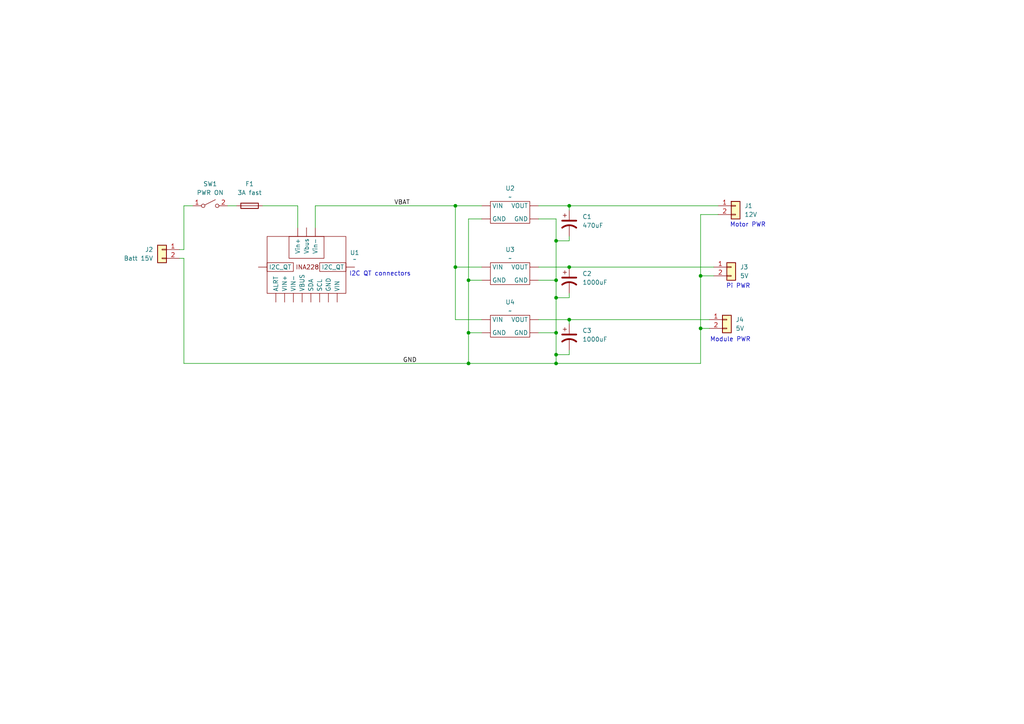
<source format=kicad_sch>
(kicad_sch (version 20250114) (generator "eeschema") (generator_version "9.0")
  (paper "A4")
  (title_block (title "Power supply board"))
  (lib_symbols
    (symbol "Connector_Generic:Conn_01x02" (pin_names (offset 1.016) (hide yes))
      (property "Reference" "J" (at 0 2.54 0))
      (property "Value" "Conn_01x02" (at 0 -5.08 0))
      (symbol "Conn_01x02_1_1"
        (rectangle (start -1.27 1.27) (end 1.27 -3.81) (stroke (width 0.254)) (fill (type background)))
        (rectangle (start -1.27 0.127) (end 0 -0.127) (stroke (width 0.1524)))
        (rectangle (start -1.27 -2.413) (end 0 -2.667) (stroke (width 0.1524)))
        (pin passive line (at -5.08 0 0) (length 3.81) (name "Pin_1") (number "1"))
        (pin passive line (at -5.08 -2.54 0) (length 3.81) (name "Pin_2") (number "2"))
      )
    )
    (symbol "Device:C_Polarized_US" (pin_numbers (hide yes)) (pin_names (offset 0.254) (hide yes))
      (property "Reference" "C" (at 0.635 2.54 0))
      (property "Value" "C_Polarized_US" (at 0.635 -2.54 0))
      (symbol "C_Polarized_US_0_1"
        (polyline (pts (xy -2.032 0.762) (xy 2.032 0.762)) (stroke (width 0.508)))
        (polyline (pts (xy -1.778 2.286) (xy -0.762 2.286)))
        (polyline (pts (xy -1.27 1.778) (xy -1.27 2.794)))
        (arc (start -2.032 -1.27) (mid 0 -0.5572) (end 2.032 -1.27) (stroke (width 0.508)))
      )
      (symbol "C_Polarized_US_1_1"
        (pin passive line (at 0 3.81 270) (length 2.794) (name "~") (number "1"))
        (pin passive line (at 0 -3.81 90) (length 3.302) (name "~") (number "2"))
      )
    )
    (symbol "Device:Fuse" (pin_numbers (hide yes)) (pin_names (offset 0))
      (property "Reference" "F" (at 2.032 0 90))
      (property "Value" "Fuse" (at -1.905 0 90))
      (symbol "Fuse_0_1"
        (rectangle (start -0.762 -2.54) (end 0.762 2.54) (stroke (width 0.254)))
        (polyline (pts (xy 0 2.54) (xy 0 -2.54)))
      )
      (symbol "Fuse_1_1"
        (pin passive line (at 0 3.81 270) (length 1.27) (name "~") (number "1"))
        (pin passive line (at 0 -3.81 90) (length 1.27) (name "~") (number "2"))
      )
    )
    (symbol "MyRobot:INA228_Adafruit"
      (property "Reference" "U" (at 0 5.588 0))
      (symbol "INA228_Adafruit_0_1"
        (rectangle (start -11.43 -3.81) (end 11.43 -20.32))
        (rectangle (start -11.43 -11.43) (end -3.81 -13.97))
        (rectangle (start -5.08 -3.81) (end 5.08 -10.16))
        (rectangle (start 3.81 -11.43) (end 11.43 -13.97))
      )
      (symbol "INA228_Adafruit_1_1"
        (text "INA228" (at 0.254 -12.7 0) (effects (font (size 1.27 1.27))))
        (pin unspecified line (at -13.97 -12.7 0) (length 2.54) (name "I2C_QT") (number ""))
        (pin output line (at -8.89 -22.86 90) (length 2.54) (name "ALRT") (number ""))
        (pin unspecified line (at -6.35 -22.86 90) (length 2.54) (name "VIN+") (number ""))
        (pin unspecified line (at -3.81 -22.86 90) (length 2.54) (name "VIN-") (number ""))
        (pin unspecified line (at -2.54 -1.27 270) (length 2.54) (name "Vin+") (number ""))
        (pin unspecified line (at -1.27 -22.86 90) (length 2.54) (name "VBUS") (number ""))
        (pin unspecified line (at 0 -1.27 270) (length 2.54) (name "Vbus") (number ""))
        (pin bidirectional line (at 1.27 -22.86 90) (length 2.54) (name "SDA") (number ""))
        (pin unspecified line (at 2.54 -1.27 270) (length 2.54) (name "Vin-") (number ""))
        (pin bidirectional line (at 3.81 -22.86 90) (length 2.54) (name "SCL") (number ""))
        (pin power_in line (at 6.35 -22.86 90) (length 2.54) (name "GND") (number ""))
        (pin power_in line (at 8.89 -22.86 90) (length 2.54) (name "VIN") (number ""))
        (pin unspecified line (at 13.97 -12.7 180) (length 2.54) (name "I2C_QT") (number ""))
      )
    )
    (symbol "MyRobot:VREG_Buck"
      (property "Reference" "U" (at 0 0 0))
      (symbol "VREG_Buck_0_1"
        (rectangle (start -5.08 -1.27) (end 6.35 -7.62))
      )
      (symbol "VREG_Buck_1_1"
        (pin power_in line (at -7.62 -2.54 0) (length 2.54) (name "VIN") (number ""))
        (pin power_in line (at -7.62 -6.35 0) (length 2.54) (name "GND") (number ""))
        (pin power_out line (at 8.89 -2.54 180) (length 2.54) (name "VOUT") (number ""))
        (pin power_in line (at 8.89 -6.35 180) (length 2.54) (name "GND") (number ""))
      )
    )
    (symbol "Switch:SW_SPST" (pin_names (offset 0) (hide yes))
      (property "Reference" "SW" (at 0 3.175 0))
      (property "Value" "SW_SPST" (at 0 -2.54 0))
      (symbol "SW_SPST_0_0"
        (circle (center -2.032 0) (radius 0.508))
        (polyline (pts (xy -1.524 0.254) (xy 1.524 1.778)))
        (circle (center 2.032 0) (radius 0.508))
      )
      (symbol "SW_SPST_1_1"
        (pin passive line (at -5.08 0 0) (length 2.54) (name "A") (number "1"))
        (pin passive line (at 5.08 0 180) (length 2.54) (name "B") (number "2"))
      )
    )
    (symbol "VREG_Buck_1"
      (property "Reference" "U" (at 0 0 0))
      (symbol "VREG_Buck_1_0_1"
        (rectangle (start -5.08 -1.27) (end 6.35 -7.62))
      )
      (symbol "VREG_Buck_1_1_1"
        (pin power_in line (at -7.62 -2.54 0) (length 2.54) (name "VIN") (number ""))
        (pin power_in line (at -7.62 -6.35 0) (length 2.54) (name "GND") (number ""))
        (pin power_out line (at 8.89 -2.54 180) (length 2.54) (name "VOUT") (number ""))
        (pin power_in line (at 8.89 -6.35 180) (length 2.54) (name "GND") (number ""))
      )
    )
    (symbol "VREG_Buck_2"
      (property "Reference" "U" (at 0 0 0))
      (symbol "VREG_Buck_2_0_1"
        (rectangle (start -5.08 -1.27) (end 6.35 -7.62))
      )
      (symbol "VREG_Buck_2_1_1"
        (pin power_in line (at -7.62 -2.54 0) (length 2.54) (name "VIN") (number ""))
        (pin power_in line (at -7.62 -6.35 0) (length 2.54) (name "GND") (number ""))
        (pin power_out line (at 8.89 -2.54 180) (length 2.54) (name "VOUT") (number ""))
        (pin power_in line (at 8.89 -6.35 180) (length 2.54) (name "GND") (number ""))
      )
    )
  )
  (text "I2C QT connectors" (at 110.236 79.502 0) (effects (font (size 1.27 1.27))))
  (text "Motor PWR" (at 216.916 65.278 0) (effects (font (size 1.27 1.27))))
  (text "Pi PWR" (at 214.122 83.058 0) (effects (font (size 1.27 1.27))))
  (text "Module PWR" (at 211.836 98.552 0) (effects (font (size 1.27 1.27))))
  (junction (at 165.1 59.69))
  (junction (at 135.89 96.52))
  (junction (at 161.29 86.36))
  (junction (at 165.1 92.71))
  (junction (at 135.89 81.28))
  (junction (at 161.29 96.52))
  (junction (at 165.1 77.47))
  (junction (at 161.29 102.87))
  (junction (at 203.2 80.01))
  (junction (at 132.08 59.69))
  (junction (at 161.29 81.28))
  (junction (at 161.29 69.85))
  (junction (at 132.08 77.47))
  (junction (at 135.89 105.41))
  (junction (at 161.29 105.41))
  (junction (at 203.2 95.25))
  (wire (pts (xy 203.2 95.25) (xy 203.2 105.41)))
  (wire (pts (xy 161.29 69.85) (xy 165.1 69.85)))
  (wire (pts (xy 86.36 59.69) (xy 86.36 66.04)))
  (wire (pts (xy 156.21 59.69) (xy 165.1 59.69)))
  (wire (pts (xy 53.34 72.39) (xy 53.34 59.69)))
  (wire (pts (xy 135.89 96.52) (xy 135.89 105.41)))
  (wire (pts (xy 76.2 59.69) (xy 86.36 59.69)))
  (wire (pts (xy 132.08 59.69) (xy 139.7 59.69)))
  (wire (pts (xy 91.44 59.69) (xy 132.08 59.69)))
  (wire (pts (xy 165.1 102.87) (xy 161.29 102.87)))
  (wire (pts (xy 132.08 92.71) (xy 139.7 92.71)))
  (wire (pts (xy 53.34 105.41) (xy 135.89 105.41)))
  (wire (pts (xy 165.1 59.69) (xy 165.1 60.96)))
  (wire (pts (xy 156.21 77.47) (xy 165.1 77.47)))
  (wire (pts (xy 161.29 86.36) (xy 161.29 81.28)))
  (wire (pts (xy 203.2 62.23) (xy 208.28 62.23)))
  (wire (pts (xy 91.44 66.04) (xy 91.44 59.69)))
  (wire (pts (xy 165.1 68.58) (xy 165.1 69.85)))
  (wire (pts (xy 161.29 69.85) (xy 161.29 63.5)))
  (wire (pts (xy 161.29 105.41) (xy 203.2 105.41)))
  (wire (pts (xy 161.29 96.52) (xy 161.29 86.36)))
  (wire (pts (xy 135.89 81.28) (xy 139.7 81.28)))
  (wire (pts (xy 135.89 81.28) (xy 135.89 63.5)))
  (wire (pts (xy 161.29 63.5) (xy 156.21 63.5)))
  (wire (pts (xy 165.1 92.71) (xy 205.74 92.71)))
  (wire (pts (xy 53.34 74.93) (xy 53.34 105.41)))
  (wire (pts (xy 165.1 77.47) (xy 207.01 77.47)))
  (wire (pts (xy 53.34 59.69) (xy 55.88 59.69)))
  (wire (pts (xy 135.89 96.52) (xy 135.89 81.28)))
  (wire (pts (xy 165.1 59.69) (xy 208.28 59.69)))
  (wire (pts (xy 135.89 63.5) (xy 139.7 63.5)))
  (wire (pts (xy 66.04 59.69) (xy 68.58 59.69)))
  (wire (pts (xy 203.2 95.25) (xy 203.2 80.01)))
  (wire (pts (xy 203.2 62.23) (xy 203.2 80.01)))
  (wire (pts (xy 52.07 72.39) (xy 53.34 72.39)))
  (wire (pts (xy 165.1 85.09) (xy 165.1 86.36)))
  (wire (pts (xy 161.29 96.52) (xy 161.29 102.87)))
  (wire (pts (xy 156.21 81.28) (xy 161.29 81.28)))
  (wire (pts (xy 165.1 92.71) (xy 165.1 93.98)))
  (wire (pts (xy 161.29 81.28) (xy 161.29 69.85)))
  (wire (pts (xy 203.2 80.01) (xy 207.01 80.01)))
  (wire (pts (xy 161.29 102.87) (xy 161.29 105.41)))
  (wire (pts (xy 52.07 74.93) (xy 53.34 74.93)))
  (wire (pts (xy 203.2 95.25) (xy 205.74 95.25)))
  (wire (pts (xy 165.1 101.6) (xy 165.1 102.87)))
  (wire (pts (xy 156.21 92.71) (xy 165.1 92.71)))
  (wire (pts (xy 132.08 77.47) (xy 132.08 92.71)))
  (wire (pts (xy 132.08 59.69) (xy 132.08 77.47)))
  (wire (pts (xy 135.89 105.41) (xy 161.29 105.41)))
  (wire (pts (xy 132.08 77.47) (xy 139.7 77.47)))
  (wire (pts (xy 135.89 96.52) (xy 139.7 96.52)))
  (wire (pts (xy 156.21 96.52) (xy 161.29 96.52)))
  (wire (pts (xy 161.29 86.36) (xy 165.1 86.36)))
  (label "VBAT" (at 114.3 59.69 0))
  (label "GND" (at 116.84 105.41 0))
  (symbol (lib_id "MyRobot:INA228_Adafruit") (at 88.9 64.77 0) (unit 1)
    (property "Reference" "U1" (at 102.87 73.2946 0))
    (property "Value" "~" (at 102.87 75.1997 0))
  )
  (symbol (lib_id "Device:C_Polarized_US") (at 165.1 81.28 0) (unit 1)
    (property "Reference" "C2" (at 168.91 79.3749 0) (effects (justify left)))
    (property "Value" "1000uF" (at 168.91 81.9149 0) (effects (justify left)))
    (property "Description" "Polarized capacitor, US symbol" (effects (hide yes)))
  )
  (symbol (lib_id "Connector_Generic:Conn_01x02") (at 212.09 77.47 0) (unit 1)
    (property "Reference" "J3" (at 214.63 77.4699 0) (effects (justify left)))
    (property "Value" "5V" (at 214.63 80.0099 0) (effects (justify left)))
    (property "Description" "Generic connector, single row, 01x02, script generated (kicad-library-utils/schlib/autogen/connector/)" (effects (hide yes)))
  )
  (symbol (lib_id "Device:Fuse") (at 72.39 59.69 270) (unit 1)
    (property "Reference" "F1" (at 72.39 53.34 90))
    (property "Value" "3A fast" (at 72.39 55.88 90))
    (property "Description" "Fuse" (effects (hide yes)))
  )
  (symbol (lib_id "Switch:SW_SPST") (at 60.96 59.69 0) (unit 1)
    (property "Reference" "SW1" (at 60.96 53.34 0))
    (property "Value" "PWR ON" (at 60.96 55.88 0))
    (property "Description" "Single Pole Single Throw (SPST) switch" (effects (hide yes)))
  )
  (symbol (lib_id "Connector_Generic:Conn_01x02") (at 210.82 92.71 0) (unit 1)
    (property "Reference" "J4" (at 213.36 92.7099 0) (effects (justify left)))
    (property "Value" "5V" (at 213.36 95.2499 0) (effects (justify left)))
    (property "Description" "Generic connector, single row, 01x02, script generated (kicad-library-utils/schlib/autogen/connector/)" (effects (hide yes)))
  )
  (symbol (lib_id "Connector_Generic:Conn_01x02") (at 46.99 72.39 0) (mirror y) (unit 1)
    (property "Reference" "J2" (at 44.45 72.3899 0) (effects (justify left)))
    (property "Value" "Batt 15V" (at 44.45 74.9299 0) (effects (justify left)))
    (property "Description" "Generic connector, single row, 01x02, script generated (kicad-library-utils/schlib/autogen/connector/)" (effects (hide yes)))
  )
  (symbol (lib_name "VREG_Buck_2") (lib_id "MyRobot:VREG_Buck") (at 147.32 90.17 0) (unit 1)
    (property "Reference" "U4" (at 147.955 87.63 0))
    (property "Value" "~" (at 147.955 90.17 0))
  )
  (symbol (lib_id "Device:C_Polarized_US") (at 165.1 97.79 0) (unit 1)
    (property "Reference" "C3" (at 168.91 95.8849 0) (effects (justify left)))
    (property "Value" "1000uF" (at 168.91 98.4249 0) (effects (justify left)))
    (property "Description" "Polarized capacitor, US symbol" (effects (hide yes)))
  )
  (symbol (lib_id "MyRobot:VREG_Buck") (at 147.32 57.15 0) (unit 1)
    (property "Reference" "U2" (at 147.955 54.61 0))
    (property "Value" "~" (at 147.955 57.15 0))
  )
  (symbol (lib_id "Connector_Generic:Conn_01x02") (at 213.36 59.69 0) (unit 1)
    (property "Reference" "J1" (at 215.9 59.6899 0) (effects (justify left)))
    (property "Value" "12V" (at 215.9 62.2299 0) (effects (justify left)))
    (property "Description" "Generic connector, single row, 01x02, script generated (kicad-library-utils/schlib/autogen/connector/)" (effects (hide yes)))
  )
  (symbol (lib_id "Device:C_Polarized_US") (at 165.1 64.77 0) (unit 1)
    (property "Reference" "C1" (at 168.91 62.8649 0) (effects (justify left)))
    (property "Value" "470uF" (at 168.91 65.4049 0) (effects (justify left)))
    (property "Description" "Polarized capacitor, US symbol" (effects (hide yes)))
  )
  (symbol (lib_name "VREG_Buck_1") (lib_id "MyRobot:VREG_Buck") (at 147.32 74.93 0) (unit 1)
    (property "Reference" "U3" (at 147.955 72.39 0))
    (property "Value" "~" (at 147.955 74.93 0))
  )
)
</source>
